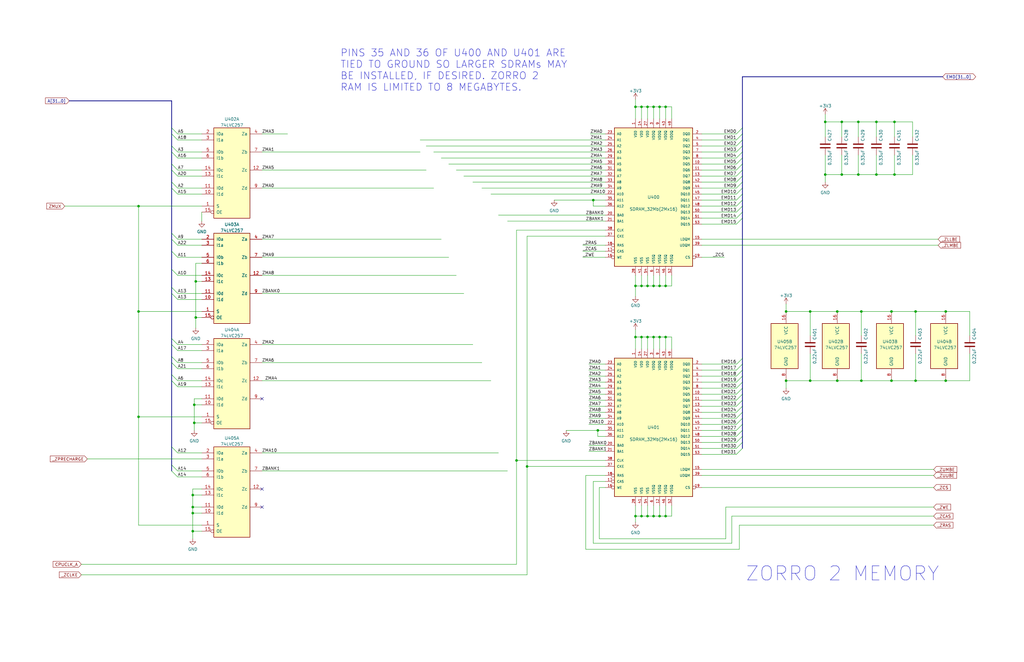
<source format=kicad_sch>
(kicad_sch (version 20211123) (generator eeschema)
  (paper "B")
  (lib_symbols
    (symbol "74LVC257_5" (pin_names (offset 1.016))
      (property "Reference" "U" (at -4.445 11.176 0))
      (property "Value" "74LVC257_5" (at -7.112 -11.176 0))
      (symbol "74LVC257_5_1_0"
        (pin input line (at -12.7 -15.24 0) (length 5.08) (name "S") (number "1"))
        (pin input line (at -12.7 -10.16 0) (length 5.08) (name "I1d") (number "10"))
        (pin input line (at -12.7 -7.62 0) (length 5.08) (name "I0d") (number "11"))
        (pin tri_state line (at 12.7 0 180) (length 5.08) (name "Zc") (number "12"))
        (pin input line (at -12.7 -2.54 0) (length 5.08) (name "I1c") (number "13"))
        (pin input line (at -12.7 0 0) (length 5.08) (name "I0c") (number "14"))
        (pin input inverted (at -12.7 -17.78 0) (length 5.08) (name "OE") (number "15"))
        (pin input line (at -12.7 15.24 0) (length 5.08) (name "I0a") (number "2"))
        (pin input line (at -12.7 12.7 0) (length 5.08) (name "I1a") (number "3"))
        (pin tri_state line (at 12.7 15.24 180) (length 5.08) (name "Za") (number "4"))
        (pin input line (at -12.7 7.62 0) (length 5.08) (name "I0b") (number "5"))
        (pin input line (at -12.7 5.08 0) (length 5.08) (name "I1b") (number "6"))
        (pin tri_state line (at 12.7 7.62 180) (length 5.08) (name "Zb") (number "7"))
        (pin tri_state line (at 12.7 -7.62 180) (length 5.08) (name "Zd") (number "9"))
      )
      (symbol "74LVC257_5_1_1"
        (rectangle (start -7.62 17.78) (end 7.62 -20.32) (stroke (width 0.254)) (fill (type background)))
      )
      (symbol "74LVC257_5_2_0"
        (pin power_in line (at 0 15.24 270) (length 5.08) (name "VCC") (number "16"))
        (pin power_in line (at 0 -13.97 90) (length 5.08) (name "GND") (number "8"))
      )
      (symbol "74LVC257_5_2_1"
        (rectangle (start -6.35 10.16) (end 5.08 -8.89) (stroke (width 0.254)) (fill (type background)))
      )
    )
    (symbol "74LVC257_6" (pin_names (offset 1.016))
      (property "Reference" "U" (at -4.445 11.176 0))
      (property "Value" "74LVC257_6" (at -7.112 -11.176 0))
      (symbol "74LVC257_6_1_0"
        (pin input line (at -12.7 -15.24 0) (length 5.08) (name "S") (number "1"))
        (pin input line (at -12.7 -10.16 0) (length 5.08) (name "I1d") (number "10"))
        (pin input line (at -12.7 -7.62 0) (length 5.08) (name "I0d") (number "11"))
        (pin tri_state line (at 12.7 0 180) (length 5.08) (name "Zc") (number "12"))
        (pin input line (at -12.7 -2.54 0) (length 5.08) (name "I1c") (number "13"))
        (pin input line (at -12.7 0 0) (length 5.08) (name "I0c") (number "14"))
        (pin input inverted (at -12.7 -17.78 0) (length 5.08) (name "OE") (number "15"))
        (pin input line (at -12.7 15.24 0) (length 5.08) (name "I0a") (number "2"))
        (pin input line (at -12.7 12.7 0) (length 5.08) (name "I1a") (number "3"))
        (pin tri_state line (at 12.7 15.24 180) (length 5.08) (name "Za") (number "4"))
        (pin input line (at -12.7 7.62 0) (length 5.08) (name "I0b") (number "5"))
        (pin input line (at -12.7 5.08 0) (length 5.08) (name "I1b") (number "6"))
        (pin tri_state line (at 12.7 7.62 180) (length 5.08) (name "Zb") (number "7"))
        (pin tri_state line (at 12.7 -7.62 180) (length 5.08) (name "Zd") (number "9"))
      )
      (symbol "74LVC257_6_1_1"
        (rectangle (start -7.62 17.78) (end 7.62 -20.32) (stroke (width 0.254)) (fill (type background)))
      )
      (symbol "74LVC257_6_2_0"
        (pin power_in line (at 0 15.24 270) (length 5.08) (name "VCC") (number "16"))
        (pin power_in line (at 0 -13.97 90) (length 5.08) (name "GND") (number "8"))
      )
      (symbol "74LVC257_6_2_1"
        (rectangle (start -6.35 10.16) (end 5.08 -8.89) (stroke (width 0.254)) (fill (type background)))
      )
    )
    (symbol "74LVC257_7" (pin_names (offset 1.016))
      (property "Reference" "U" (at -4.445 11.176 0))
      (property "Value" "74LVC257_7" (at -7.112 -11.176 0))
      (symbol "74LVC257_7_1_0"
        (pin input line (at -12.7 -15.24 0) (length 5.08) (name "S") (number "1"))
        (pin input line (at -12.7 -10.16 0) (length 5.08) (name "I1d") (number "10"))
        (pin input line (at -12.7 -7.62 0) (length 5.08) (name "I0d") (number "11"))
        (pin tri_state line (at 12.7 0 180) (length 5.08) (name "Zc") (number "12"))
        (pin input line (at -12.7 -2.54 0) (length 5.08) (name "I1c") (number "13"))
        (pin input line (at -12.7 0 0) (length 5.08) (name "I0c") (number "14"))
        (pin input inverted (at -12.7 -17.78 0) (length 5.08) (name "OE") (number "15"))
        (pin input line (at -12.7 15.24 0) (length 5.08) (name "I0a") (number "2"))
        (pin input line (at -12.7 12.7 0) (length 5.08) (name "I1a") (number "3"))
        (pin tri_state line (at 12.7 15.24 180) (length 5.08) (name "Za") (number "4"))
        (pin input line (at -12.7 7.62 0) (length 5.08) (name "I0b") (number "5"))
        (pin input line (at -12.7 5.08 0) (length 5.08) (name "I1b") (number "6"))
        (pin tri_state line (at 12.7 7.62 180) (length 5.08) (name "Zb") (number "7"))
        (pin tri_state line (at 12.7 -7.62 180) (length 5.08) (name "Zd") (number "9"))
      )
      (symbol "74LVC257_7_1_1"
        (rectangle (start -7.62 17.78) (end 7.62 -20.32) (stroke (width 0.254)) (fill (type background)))
      )
      (symbol "74LVC257_7_2_0"
        (pin power_in line (at 0 15.24 270) (length 5.08) (name "VCC") (number "16"))
        (pin power_in line (at 0 -13.97 90) (length 5.08) (name "GND") (number "8"))
      )
      (symbol "74LVC257_7_2_1"
        (rectangle (start -6.35 10.16) (end 5.08 -8.89) (stroke (width 0.254)) (fill (type background)))
      )
    )
    (symbol "Device:C" (pin_numbers hide) (pin_names (offset 0.254))
      (property "Reference" "C" (at 0.635 2.54 0))
      (property "Value" "C" (at 0.635 -2.54 0))
      (symbol "C_0_1"
        (polyline (pts (xy -2.032 -0.762) (xy 2.032 -0.762)) (stroke (width 0.508)))
        (polyline (pts (xy -2.032 0.762) (xy 2.032 0.762)) (stroke (width 0.508)))
      )
      (symbol "C_1_1"
        (pin passive line (at 0 3.81 270) (length 2.794) (name "~") (number "1"))
        (pin passive line (at 0 -3.81 90) (length 2.794) (name "~") (number "2"))
      )
    )
    (symbol "N2630:74LVC257" (pin_names (offset 1.016))
      (property "Reference" "U" (at -4.445 11.176 0))
      (property "Value" "74LVC257" (at -7.112 -11.176 0))
      (symbol "74LVC257_1_0"
        (pin input line (at -12.7 -15.24 0) (length 5.08) (name "S") (number "1"))
        (pin input line (at -12.7 -10.16 0) (length 5.08) (name "I1d") (number "10"))
        (pin input line (at -12.7 -7.62 0) (length 5.08) (name "I0d") (number "11"))
        (pin tri_state line (at 12.7 0 180) (length 5.08) (name "Zc") (number "12"))
        (pin input line (at -12.7 -2.54 0) (length 5.08) (name "I1c") (number "13"))
        (pin input line (at -12.7 0 0) (length 5.08) (name "I0c") (number "14"))
        (pin input inverted (at -12.7 -17.78 0) (length 5.08) (name "OE") (number "15"))
        (pin input line (at -12.7 15.24 0) (length 5.08) (name "I0a") (number "2"))
        (pin input line (at -12.7 12.7 0) (length 5.08) (name "I1a") (number "3"))
        (pin tri_state line (at 12.7 15.24 180) (length 5.08) (name "Za") (number "4"))
        (pin input line (at -12.7 7.62 0) (length 5.08) (name "I0b") (number "5"))
        (pin input line (at -12.7 5.08 0) (length 5.08) (name "I1b") (number "6"))
        (pin tri_state line (at 12.7 7.62 180) (length 5.08) (name "Zb") (number "7"))
        (pin tri_state line (at 12.7 -7.62 180) (length 5.08) (name "Zd") (number "9"))
      )
      (symbol "74LVC257_1_1"
        (rectangle (start -7.62 17.78) (end 7.62 -20.32) (stroke (width 0.254)) (fill (type background)))
      )
      (symbol "74LVC257_2_0"
        (pin power_in line (at 0 15.24 270) (length 5.08) (name "VCC") (number "16"))
        (pin power_in line (at 0 -13.97 90) (length 5.08) (name "GND") (number "8"))
      )
      (symbol "74LVC257_2_1"
        (rectangle (start -6.35 10.16) (end 5.08 -8.89) (stroke (width 0.254)) (fill (type background)))
      )
    )
    (symbol "N2630:SDRAM_256MB(16Mx16)" (pin_names (offset 1.016))
      (property "Reference" "U" (at -1.27 3.81 0))
      (property "Value" "SDRAM_256MB(16Mx16)" (at 0 -3.81 0))
      (symbol "SDRAM_256MB(16Mx16)_0_0"
        (pin input line (at -20.32 -3.81 0) (length 3.81) (name "A12") (number "36"))
      )
      (symbol "SDRAM_256MB(16Mx16)_0_1"
        (rectangle (start -16.51 29.21) (end 16.51 -29.21) (stroke (width 0.254)) (fill (type background)))
      )
      (symbol "SDRAM_256MB(16Mx16)_1_1"
        (pin power_in line (at -7.62 33.02 270) (length 3.81) (name "VDD") (number "1"))
        (pin bidirectional line (at 20.32 13.97 180) (length 3.81) (name "DQ5") (number "10"))
        (pin bidirectional line (at 20.32 11.43 180) (length 3.81) (name "DQ6") (number "11"))
        (pin power_in line (at 2.54 -33.02 90) (length 3.81) (name "VSSQ") (number "12"))
        (pin bidirectional line (at 20.32 8.89 180) (length 3.81) (name "DQ7") (number "13"))
        (pin power_in line (at -5.08 33.02 270) (length 3.81) (name "VDD") (number "14"))
        (pin input line (at 20.32 -17.78 180) (length 3.81) (name "LDQM") (number "15"))
        (pin input inverted (at -20.32 -25.4 0) (length 3.81) (name "WE") (number "16"))
        (pin input inverted (at -20.32 -22.86 0) (length 3.81) (name "CAS") (number "17"))
        (pin input inverted (at -20.32 -20.32 0) (length 3.81) (name "RAS") (number "18"))
        (pin input inverted (at 20.32 -25.4 180) (length 3.81) (name "CS") (number "19"))
        (pin bidirectional line (at 20.32 26.67 180) (length 3.81) (name "DQ0") (number "2"))
        (pin input line (at -20.32 -7.62 0) (length 3.81) (name "BA0") (number "20"))
        (pin input line (at -20.32 -10.16 0) (length 3.81) (name "BA1") (number "21"))
        (pin input line (at -20.32 1.27 0) (length 3.81) (name "A10") (number "22"))
        (pin input line (at -20.32 26.67 0) (length 3.81) (name "A0") (number "23"))
        (pin input line (at -20.32 24.13 0) (length 3.81) (name "A1") (number "24"))
        (pin input line (at -20.32 21.59 0) (length 3.81) (name "A2") (number "25"))
        (pin input line (at -20.32 19.05 0) (length 3.81) (name "A3") (number "26"))
        (pin power_in line (at -2.54 33.02 270) (length 3.81) (name "VDD") (number "27"))
        (pin power_in line (at -7.62 -33.02 90) (length 3.81) (name "VSS") (number "28"))
        (pin input line (at -20.32 16.51 0) (length 3.81) (name "A4") (number "29"))
        (pin power_in line (at 0 33.02 270) (length 3.81) (name "VDDQ") (number "3"))
        (pin input line (at -20.32 13.97 0) (length 3.81) (name "A5") (number "30"))
        (pin input line (at -20.32 11.43 0) (length 3.81) (name "A6") (number "31"))
        (pin input line (at -20.32 8.89 0) (length 3.81) (name "A7") (number "32"))
        (pin input line (at -20.32 6.35 0) (length 3.81) (name "A8") (number "33"))
        (pin input line (at -20.32 3.81 0) (length 3.81) (name "A9") (number "34"))
        (pin input line (at -20.32 -1.27 0) (length 3.81) (name "A11") (number "35"))
        (pin input line (at -20.32 -16.51 0) (length 3.81) (name "CKE") (number "37"))
        (pin input line (at -20.32 -13.97 0) (length 3.81) (name "CLK") (number "38"))
        (pin input line (at 20.32 -20.32 180) (length 3.81) (name "UDQM") (number "39"))
        (pin bidirectional line (at 20.32 24.13 180) (length 3.81) (name "DQ1") (number "4"))
        (pin power_in line (at -5.08 -33.02 90) (length 3.81) (name "VSS") (number "41"))
        (pin bidirectional line (at 20.32 6.35 180) (length 3.81) (name "DQ8") (number "42"))
        (pin power_in line (at 5.08 33.02 270) (length 3.81) (name "VDDQ") (number "43"))
        (pin bidirectional line (at 20.32 3.81 180) (length 3.81) (name "DQ9") (number "44"))
        (pin bidirectional line (at 20.32 1.27 180) (length 3.81) (name "DQ10") (number "45"))
        (pin power_in line (at 5.08 -33.02 90) (length 3.81) (name "VSSQ") (number "46"))
        (pin bidirectional line (at 20.32 -1.27 180) (length 3.81) (name "DQ11") (number "47"))
        (pin bidirectional line (at 20.32 -3.81 180) (length 3.81) (name "DQ12") (number "48"))
        (pin power_in line (at 7.62 33.02 270) (length 3.81) (name "VDDQ") (number "49"))
        (pin bidirectional line (at 20.32 21.59 180) (length 3.81) (name "DQ2") (number "5"))
        (pin bidirectional line (at 20.32 -6.35 180) (length 3.81) (name "DQ13") (number "50"))
        (pin bidirectional line (at 20.32 -8.89 180) (length 3.81) (name "DQ14") (number "51"))
        (pin power_in line (at 7.62 -33.02 90) (length 3.81) (name "VSSQ") (number "52"))
        (pin bidirectional line (at 20.32 -11.43 180) (length 3.81) (name "DQ15") (number "53"))
        (pin power_in line (at -2.54 -33.02 90) (length 3.81) (name "VSS") (number "54"))
        (pin power_in line (at 0 -33.02 90) (length 3.81) (name "VSSQ") (number "6"))
        (pin bidirectional line (at 20.32 19.05 180) (length 3.81) (name "DQ3") (number "7"))
        (pin bidirectional line (at 20.32 16.51 180) (length 3.81) (name "DQ4") (number "8"))
        (pin power_in line (at 2.54 33.02 270) (length 3.81) (name "VDDQ") (number "9"))
      )
    )
    (symbol "power:+3.3V" (power) (pin_names (offset 0))
      (property "Value" "+3.3V" (at 0 3.556 0))
      (symbol "+3.3V_0_1"
        (polyline (pts (xy -0.762 1.27) (xy 0 2.54)))
        (polyline (pts (xy 0 0) (xy 0 2.54)))
        (polyline (pts (xy 0 2.54) (xy 0.762 1.27)))
      )
      (symbol "+3.3V_1_1"
        (pin power_in line (at 0 0 90) (length 0) hide (name "+3V3") (number "1"))
      )
    )
    (symbol "power:GND" (power) (pin_names (offset 0))
      (property "Value" "GND" (at 0 -3.81 0))
      (symbol "GND_0_1"
        (polyline (pts (xy 0 0) (xy 0 -1.27) (xy 1.27 -1.27) (xy 0 -2.54) (xy -1.27 -1.27) (xy 0 -1.27)))
      )
      (symbol "GND_1_1"
        (pin power_in line (at 0 0 270) (length 0) hide (name "GND") (number "1"))
      )
    )
  )
  (junction (at 353.06 160.655))
  (junction (at 347.98 73.66))
  (junction (at 275.59 142.24))
  (junction (at 58.42 86.995))
  (junction (at 81.28 216.535))
  (junction (at 278.13 45.085))
  (junction (at 267.97 120.65))
  (junction (at 267.97 142.24))
  (junction (at 347.98 51.435))
  (junction (at 363.22 160.655))
  (junction (at 369.57 51.435))
  (junction (at 280.67 45.085))
  (junction (at 354.965 51.435))
  (junction (at 252.095 181.61))
  (junction (at 270.51 217.805))
  (junction (at 341.63 160.655))
  (junction (at 331.47 131.445))
  (junction (at 270.51 120.65))
  (junction (at 81.915 170.815))
  (junction (at 386.08 131.445))
  (junction (at 267.97 45.085))
  (junction (at 273.05 45.085))
  (junction (at 81.28 224.155))
  (junction (at 250.19 84.455))
  (junction (at 354.965 73.66))
  (junction (at 270.51 142.24))
  (junction (at 377.19 73.66))
  (junction (at 278.13 142.24))
  (junction (at 81.28 208.915))
  (junction (at 217.805 194.31))
  (junction (at 275.59 120.65))
  (junction (at 273.05 120.65))
  (junction (at 270.51 45.085))
  (junction (at 273.05 217.805))
  (junction (at 273.05 142.24))
  (junction (at 353.06 131.445))
  (junction (at 280.67 142.24))
  (junction (at 280.67 120.65))
  (junction (at 280.67 217.805))
  (junction (at 58.42 175.895))
  (junction (at 58.42 131.445))
  (junction (at 361.95 73.66))
  (junction (at 398.78 160.655))
  (junction (at 81.28 213.995))
  (junction (at 341.63 131.445))
  (junction (at 275.59 45.085))
  (junction (at 377.19 51.435))
  (junction (at 82.55 118.745))
  (junction (at 398.78 131.445))
  (junction (at 275.59 217.805))
  (junction (at 267.97 217.805))
  (junction (at 222.25 196.85))
  (junction (at 331.47 160.655))
  (junction (at 278.13 217.805))
  (junction (at 386.08 160.655))
  (junction (at 82.55 133.985))
  (junction (at 278.13 120.65))
  (junction (at 363.22 131.445))
  (junction (at 361.95 51.435))
  (junction (at 375.92 131.445))
  (junction (at 375.92 160.655))
  (junction (at 81.915 178.435))
  (junction (at 369.57 73.66))
  (no_connect (at 110.49 168.275))
  (no_connect (at 110.49 206.375))
  (no_connect (at 110.49 213.995))
  (bus_entry (at 74.93 103.505) (size -2.54 -2.54))
  (bus_entry (at 74.93 126.365) (size -2.54 -2.54))
  (bus_entry (at 74.93 100.965) (size -2.54 -2.54))
  (bus_entry (at 74.93 59.055) (size -2.54 -2.54))
  (bus_entry (at 310.515 156.21) (size 2.54 -2.54))
  (bus_entry (at 74.93 145.415) (size -2.54 -2.54))
  (bus_entry (at 74.93 153.035) (size -2.54 -2.54))
  (bus_entry (at 310.515 59.055) (size 2.54 -2.54))
  (bus_entry (at 74.93 198.755) (size -2.54 -2.54))
  (bus_entry (at 310.515 179.07) (size 2.54 -2.54))
  (bus_entry (at 310.515 189.23) (size 2.54 -2.54))
  (bus_entry (at 74.93 123.825) (size -2.54 -2.54))
  (bus_entry (at 74.93 116.205) (size -2.54 -2.54))
  (bus_entry (at 310.515 69.215) (size 2.54 -2.54))
  (bus_entry (at 310.515 94.615) (size 2.54 -2.54))
  (bus_entry (at 74.93 71.755) (size -2.54 -2.54))
  (bus_entry (at 74.93 201.295) (size -2.54 -2.54))
  (bus_entry (at 74.93 155.575) (size -2.54 -2.54))
  (bus_entry (at 310.515 161.29) (size 2.54 -2.54))
  (bus_entry (at 74.93 108.585) (size -2.54 -2.54))
  (bus_entry (at 310.515 79.375) (size 2.54 -2.54))
  (bus_entry (at 310.515 191.77) (size 2.54 -2.54))
  (bus_entry (at 74.93 79.375) (size -2.54 -2.54))
  (bus_entry (at 310.515 74.295) (size 2.54 -2.54))
  (bus_entry (at 310.515 168.91) (size 2.54 -2.54))
  (bus_entry (at 310.515 181.61) (size 2.54 -2.54))
  (bus_entry (at 74.93 64.135) (size -2.54 -2.54))
  (bus_entry (at 310.515 84.455) (size 2.54 -2.54))
  (bus_entry (at 74.93 147.955) (size -2.54 -2.54))
  (bus_entry (at 310.515 163.83) (size 2.54 -2.54))
  (bus_entry (at 310.515 166.37) (size 2.54 -2.54))
  (bus_entry (at 310.515 71.755) (size 2.54 -2.54))
  (bus_entry (at 74.93 191.135) (size -2.54 -2.54))
  (bus_entry (at 310.515 61.595) (size 2.54 -2.54))
  (bus_entry (at 310.515 186.69) (size 2.54 -2.54))
  (bus_entry (at 310.515 89.535) (size 2.54 -2.54))
  (bus_entry (at 310.515 173.99) (size 2.54 -2.54))
  (bus_entry (at 310.642 153.67) (size 2.54 -2.54))
  (bus_entry (at 74.93 66.675) (size -2.54 -2.54))
  (bus_entry (at 310.515 158.75) (size 2.54 -2.54))
  (bus_entry (at 74.93 81.915) (size -2.54 -2.54))
  (bus_entry (at 310.515 184.15) (size 2.54 -2.54))
  (bus_entry (at 310.515 64.135) (size 2.54 -2.54))
  (bus_entry (at 74.93 56.515) (size -2.54 -2.54))
  (bus_entry (at 310.515 76.835) (size 2.54 -2.54))
  (bus_entry (at 310.515 176.53) (size 2.54 -2.54))
  (bus_entry (at 74.93 160.655) (size -2.54 -2.54))
  (bus_entry (at 310.515 92.075) (size 2.54 -2.54))
  (bus_entry (at 310.515 86.995) (size 2.54 -2.54))
  (bus_entry (at 310.515 56.515) (size 2.54 -2.54))
  (bus_entry (at 74.93 74.295) (size -2.54 -2.54))
  (bus_entry (at 74.93 163.195) (size -2.54 -2.54))
  (bus_entry (at 310.515 81.915) (size 2.54 -2.54))
  (bus_entry (at 310.515 171.45) (size 2.54 -2.54))
  (bus_entry (at 310.515 66.675) (size 2.54 -2.54))
  (wire (pts (xy 248.285 168.91) (xy 255.27 168.91)))
  (wire (pts (xy 295.91 166.37) (xy 310.515 166.37)))
  (wire (pts (xy 222.25 196.85) (xy 222.25 99.695)))
  (wire (pts (xy 250.19 203.2) (xy 250.19 229.235)))
  (wire (pts (xy 255.27 61.595) (xy 179.705 61.595)))
  (wire (pts (xy 267.97 217.805) (xy 270.51 217.805)))
  (bus (pts (xy 72.39 153.035) (xy 72.39 158.115)))
  (bus (pts (xy 313.055 89.535) (xy 313.055 86.995)))
  (wire (pts (xy 295.91 163.83) (xy 310.515 163.83)))
  (wire (pts (xy 58.42 131.445) (xy 85.09 131.445)))
  (wire (pts (xy 384.81 73.66) (xy 384.81 65.405)))
  (wire (pts (xy 81.915 178.435) (xy 85.09 178.435)))
  (wire (pts (xy 278.13 142.24) (xy 278.13 147.32)))
  (bus (pts (xy 29.21 42.545) (xy 72.39 42.545)))
  (bus (pts (xy 72.39 188.595) (xy 72.39 196.215)))
  (wire (pts (xy 248.285 176.53) (xy 255.27 176.53)))
  (wire (pts (xy 74.93 56.515) (xy 85.09 56.515)))
  (wire (pts (xy 278.13 213.36) (xy 278.13 217.805)))
  (wire (pts (xy 270.51 45.085) (xy 273.05 45.085)))
  (wire (pts (xy 283.21 213.36) (xy 283.21 217.805)))
  (wire (pts (xy 255.27 81.915) (xy 207.01 81.915)))
  (wire (pts (xy 331.47 160.655) (xy 331.47 163.83)))
  (wire (pts (xy 295.91 176.53) (xy 310.515 176.53)))
  (wire (pts (xy 295.91 184.15) (xy 310.515 184.15)))
  (wire (pts (xy 275.59 120.65) (xy 278.13 120.65)))
  (wire (pts (xy 74.93 81.915) (xy 85.09 81.915)))
  (wire (pts (xy 81.915 170.815) (xy 85.09 170.815)))
  (wire (pts (xy 273.05 142.24) (xy 273.05 147.32)))
  (wire (pts (xy 306.07 213.995) (xy 393.7 213.995)))
  (wire (pts (xy 270.51 142.24) (xy 273.05 142.24)))
  (wire (pts (xy 85.09 89.535) (xy 85.09 93.345)))
  (wire (pts (xy 341.63 149.225) (xy 341.63 160.655)))
  (wire (pts (xy 255.27 74.295) (xy 195.58 74.295)))
  (wire (pts (xy 280.67 116.205) (xy 280.67 120.65)))
  (wire (pts (xy 110.49 108.585) (xy 189.23 108.585)))
  (wire (pts (xy 278.13 217.805) (xy 280.67 217.805)))
  (wire (pts (xy 273.05 116.205) (xy 273.05 120.65)))
  (wire (pts (xy 275.59 217.805) (xy 278.13 217.805)))
  (wire (pts (xy 252.73 227.33) (xy 306.07 227.33)))
  (wire (pts (xy 347.98 73.66) (xy 347.98 76.835)))
  (bus (pts (xy 313.055 32.385) (xy 397.51 32.385)))
  (wire (pts (xy 74.93 74.295) (xy 85.09 74.295)))
  (bus (pts (xy 313.055 163.83) (xy 313.055 161.29)))
  (wire (pts (xy 74.93 191.135) (xy 85.09 191.135)))
  (wire (pts (xy 267.97 50.165) (xy 267.97 45.085)))
  (bus (pts (xy 313.055 59.055) (xy 313.055 56.515)))
  (wire (pts (xy 252.095 181.61) (xy 255.27 181.61)))
  (bus (pts (xy 313.055 86.995) (xy 313.055 84.455)))
  (wire (pts (xy 408.94 131.445) (xy 398.78 131.445)))
  (wire (pts (xy 347.98 73.66) (xy 354.965 73.66)))
  (wire (pts (xy 82.55 133.985) (xy 85.09 133.985)))
  (wire (pts (xy 295.91 108.585) (xy 305.435 108.585)))
  (wire (pts (xy 255.27 76.835) (xy 199.39 76.835)))
  (bus (pts (xy 72.39 100.965) (xy 72.39 106.045)))
  (wire (pts (xy 74.93 160.655) (xy 85.09 160.655)))
  (wire (pts (xy 384.81 51.435) (xy 377.19 51.435)))
  (bus (pts (xy 72.39 142.875) (xy 72.39 145.415)))
  (wire (pts (xy 295.91 94.615) (xy 310.515 94.615)))
  (wire (pts (xy 295.91 189.23) (xy 310.515 189.23)))
  (wire (pts (xy 377.19 73.66) (xy 377.19 65.405)))
  (wire (pts (xy 369.57 57.785) (xy 369.57 51.435)))
  (wire (pts (xy 295.91 161.29) (xy 310.515 161.29)))
  (wire (pts (xy 252.73 205.74) (xy 252.73 227.33)))
  (wire (pts (xy 255.27 97.155) (xy 217.805 97.155)))
  (wire (pts (xy 369.57 73.66) (xy 377.19 73.66)))
  (wire (pts (xy 110.49 198.755) (xy 213.995 198.755)))
  (wire (pts (xy 280.67 142.24) (xy 280.67 147.32)))
  (wire (pts (xy 308.61 229.235) (xy 308.61 217.805)))
  (wire (pts (xy 248.92 56.515) (xy 255.27 56.515)))
  (bus (pts (xy 313.055 56.515) (xy 313.055 53.975)))
  (bus (pts (xy 313.055 181.61) (xy 313.055 179.07)))
  (wire (pts (xy 82.55 133.985) (xy 82.55 138.43)))
  (wire (pts (xy 267.97 120.65) (xy 267.97 125.095)))
  (bus (pts (xy 313.055 189.23) (xy 313.055 186.69)))
  (wire (pts (xy 295.91 171.45) (xy 310.515 171.45)))
  (wire (pts (xy 74.93 59.055) (xy 85.09 59.055)))
  (wire (pts (xy 74.93 103.505) (xy 85.09 103.505)))
  (bus (pts (xy 72.39 145.415) (xy 72.39 150.495)))
  (wire (pts (xy 81.915 168.275) (xy 81.915 170.815)))
  (wire (pts (xy 295.91 156.21) (xy 310.515 156.21)))
  (wire (pts (xy 248.285 161.29) (xy 255.27 161.29)))
  (wire (pts (xy 81.915 168.275) (xy 85.09 168.275)))
  (wire (pts (xy 377.19 51.435) (xy 369.57 51.435)))
  (wire (pts (xy 386.08 160.655) (xy 375.92 160.655)))
  (wire (pts (xy 386.08 149.225) (xy 386.08 160.655)))
  (wire (pts (xy 267.97 213.36) (xy 267.97 217.805)))
  (wire (pts (xy 295.91 69.215) (xy 310.515 69.215)))
  (wire (pts (xy 110.49 64.135) (xy 177.165 64.135)))
  (wire (pts (xy 82.55 118.745) (xy 85.09 118.745)))
  (wire (pts (xy 255.27 69.215) (xy 189.23 69.215)))
  (wire (pts (xy 273.05 142.24) (xy 275.59 142.24)))
  (wire (pts (xy 363.22 160.655) (xy 353.06 160.655)))
  (wire (pts (xy 255.27 59.055) (xy 177.165 59.055)))
  (wire (pts (xy 255.27 203.2) (xy 250.19 203.2)))
  (wire (pts (xy 270.51 120.65) (xy 273.05 120.65)))
  (wire (pts (xy 295.91 81.915) (xy 310.515 81.915)))
  (wire (pts (xy 85.09 206.375) (xy 81.28 206.375)))
  (wire (pts (xy 386.08 131.445) (xy 386.08 141.605)))
  (bus (pts (xy 313.055 186.69) (xy 313.055 184.15)))
  (wire (pts (xy 247.015 231.775) (xy 311.785 231.775)))
  (wire (pts (xy 74.93 147.955) (xy 85.09 147.955)))
  (bus (pts (xy 72.39 98.425) (xy 72.39 100.965)))
  (bus (pts (xy 313.055 81.915) (xy 313.055 79.375)))
  (wire (pts (xy 248.285 163.83) (xy 255.27 163.83)))
  (bus (pts (xy 313.055 61.595) (xy 313.055 59.055)))
  (bus (pts (xy 313.055 168.91) (xy 313.055 166.37)))
  (wire (pts (xy 280.67 142.24) (xy 283.21 142.24)))
  (wire (pts (xy 354.965 65.405) (xy 354.965 73.66)))
  (bus (pts (xy 313.055 158.75) (xy 313.055 156.21)))
  (wire (pts (xy 217.805 97.155) (xy 217.805 194.31)))
  (wire (pts (xy 217.805 194.31) (xy 217.805 238.125)))
  (wire (pts (xy 295.91 89.535) (xy 310.515 89.535)))
  (bus (pts (xy 313.055 84.455) (xy 313.055 81.915)))
  (bus (pts (xy 72.39 196.215) (xy 72.39 198.755)))
  (wire (pts (xy 377.19 73.66) (xy 384.81 73.66)))
  (wire (pts (xy 408.94 160.655) (xy 398.78 160.655)))
  (bus (pts (xy 72.39 71.755) (xy 72.39 76.835)))
  (bus (pts (xy 72.39 106.045) (xy 72.39 113.665)))
  (wire (pts (xy 295.91 153.67) (xy 310.642 153.67)))
  (wire (pts (xy 295.91 59.055) (xy 310.515 59.055)))
  (wire (pts (xy 295.91 64.135) (xy 310.515 64.135)))
  (wire (pts (xy 81.915 178.435) (xy 81.915 181.61)))
  (wire (pts (xy 295.91 76.835) (xy 310.515 76.835)))
  (wire (pts (xy 354.965 73.66) (xy 361.95 73.66)))
  (bus (pts (xy 313.055 76.835) (xy 313.055 74.295)))
  (wire (pts (xy 250.19 86.995) (xy 250.19 84.455)))
  (bus (pts (xy 313.055 179.07) (xy 313.055 176.53)))
  (wire (pts (xy 308.61 217.805) (xy 393.7 217.805)))
  (wire (pts (xy 283.21 142.24) (xy 283.21 147.32)))
  (wire (pts (xy 255.27 66.675) (xy 186.055 66.675)))
  (wire (pts (xy 245.745 108.585) (xy 255.27 108.585)))
  (wire (pts (xy 248.285 187.96) (xy 255.27 187.96)))
  (wire (pts (xy 295.91 200.66) (xy 393.7 200.66)))
  (wire (pts (xy 267.97 45.085) (xy 270.51 45.085)))
  (wire (pts (xy 248.285 190.5) (xy 255.27 190.5)))
  (wire (pts (xy 85.09 111.125) (xy 82.55 111.125)))
  (wire (pts (xy 74.93 126.365) (xy 85.09 126.365)))
  (wire (pts (xy 275.59 116.205) (xy 275.59 120.65)))
  (wire (pts (xy 245.745 106.045) (xy 255.27 106.045)))
  (wire (pts (xy 267.97 120.65) (xy 270.51 120.65)))
  (wire (pts (xy 273.05 120.65) (xy 275.59 120.65)))
  (wire (pts (xy 295.91 198.12) (xy 393.7 198.12)))
  (wire (pts (xy 74.93 153.035) (xy 85.09 153.035)))
  (wire (pts (xy 217.805 194.31) (xy 255.27 194.31)))
  (wire (pts (xy 270.51 116.205) (xy 270.51 120.65)))
  (bus (pts (xy 72.39 53.975) (xy 72.39 56.515)))
  (wire (pts (xy 347.98 65.405) (xy 347.98 73.66)))
  (bus (pts (xy 72.39 123.825) (xy 72.39 142.875)))
  (wire (pts (xy 270.51 217.805) (xy 273.05 217.805)))
  (wire (pts (xy 85.09 224.155) (xy 81.28 224.155)))
  (wire (pts (xy 295.91 168.91) (xy 310.515 168.91)))
  (wire (pts (xy 341.63 131.445) (xy 331.47 131.445)))
  (wire (pts (xy 273.05 45.085) (xy 273.05 50.165)))
  (wire (pts (xy 81.28 206.375) (xy 81.28 208.915)))
  (wire (pts (xy 295.91 71.755) (xy 310.515 71.755)))
  (wire (pts (xy 248.285 153.67) (xy 255.27 153.67)))
  (wire (pts (xy 267.97 217.805) (xy 267.97 220.345)))
  (wire (pts (xy 408.94 149.225) (xy 408.94 160.655)))
  (wire (pts (xy 295.91 66.675) (xy 310.515 66.675)))
  (wire (pts (xy 398.78 160.655) (xy 386.08 160.655)))
  (wire (pts (xy 81.915 170.815) (xy 81.915 178.435)))
  (wire (pts (xy 408.94 141.605) (xy 408.94 131.445)))
  (wire (pts (xy 275.59 142.24) (xy 278.13 142.24)))
  (wire (pts (xy 295.91 61.595) (xy 310.515 61.595)))
  (wire (pts (xy 295.91 186.69) (xy 310.515 186.69)))
  (wire (pts (xy 74.93 64.135) (xy 85.09 64.135)))
  (wire (pts (xy 363.22 131.445) (xy 353.06 131.445)))
  (wire (pts (xy 341.63 131.445) (xy 341.63 141.605)))
  (bus (pts (xy 313.055 184.15) (xy 313.055 181.61)))
  (wire (pts (xy 280.67 45.085) (xy 280.67 50.165)))
  (wire (pts (xy 222.25 196.85) (xy 255.27 196.85)))
  (bus (pts (xy 72.39 56.515) (xy 72.39 61.595)))
  (wire (pts (xy 275.59 45.085) (xy 275.59 50.165)))
  (wire (pts (xy 369.57 73.66) (xy 369.57 65.405)))
  (wire (pts (xy 81.28 224.155) (xy 81.28 227.33)))
  (bus (pts (xy 72.39 160.655) (xy 72.39 188.595)))
  (wire (pts (xy 354.965 51.435) (xy 354.965 57.785)))
  (wire (pts (xy 267.97 139.065) (xy 267.97 142.24)))
  (wire (pts (xy 267.97 116.205) (xy 267.97 120.65)))
  (wire (pts (xy 255.27 200.66) (xy 247.015 200.66)))
  (wire (pts (xy 255.27 64.135) (xy 182.88 64.135)))
  (wire (pts (xy 295.91 205.74) (xy 393.7 205.74)))
  (wire (pts (xy 295.91 181.61) (xy 310.515 181.61)))
  (wire (pts (xy 295.91 86.995) (xy 310.515 86.995)))
  (bus (pts (xy 313.055 156.21) (xy 313.055 153.67)))
  (wire (pts (xy 74.93 145.415) (xy 85.09 145.415)))
  (wire (pts (xy 81.28 213.995) (xy 81.28 216.535)))
  (wire (pts (xy 295.91 92.075) (xy 310.515 92.075)))
  (wire (pts (xy 255.27 184.15) (xy 252.095 184.15)))
  (wire (pts (xy 361.95 51.435) (xy 354.965 51.435)))
  (wire (pts (xy 267.97 41.91) (xy 267.97 45.085)))
  (wire (pts (xy 248.285 166.37) (xy 255.27 166.37)))
  (wire (pts (xy 74.93 100.965) (xy 85.09 100.965)))
  (wire (pts (xy 295.91 158.75) (xy 310.515 158.75)))
  (wire (pts (xy 377.19 57.785) (xy 377.19 51.435)))
  (bus (pts (xy 313.055 171.45) (xy 313.055 168.91)))
  (bus (pts (xy 313.055 176.53) (xy 313.055 173.99)))
  (wire (pts (xy 384.81 57.785) (xy 384.81 51.435)))
  (wire (pts (xy 110.49 56.515) (xy 121.285 56.515)))
  (wire (pts (xy 361.95 65.405) (xy 361.95 73.66)))
  (bus (pts (xy 72.39 79.375) (xy 72.39 98.425)))
  (wire (pts (xy 280.67 45.085) (xy 283.21 45.085)))
  (wire (pts (xy 386.08 131.445) (xy 375.92 131.445)))
  (wire (pts (xy 74.93 79.375) (xy 85.09 79.375)))
  (wire (pts (xy 74.93 163.195) (xy 85.09 163.195)))
  (wire (pts (xy 248.285 171.45) (xy 255.27 171.45)))
  (wire (pts (xy 295.91 84.455) (xy 310.515 84.455)))
  (wire (pts (xy 354.965 51.435) (xy 347.98 51.435)))
  (wire (pts (xy 295.91 100.965) (xy 395.605 100.965)))
  (wire (pts (xy 203.2 79.375) (xy 255.27 79.375)))
  (wire (pts (xy 278.13 116.205) (xy 278.13 120.65)))
  (bus (pts (xy 313.055 153.67) (xy 313.055 92.075)))
  (wire (pts (xy 306.07 227.33) (xy 306.07 213.995)))
  (wire (pts (xy 58.42 175.895) (xy 58.42 221.615)))
  (wire (pts (xy 267.97 147.32) (xy 267.97 142.24)))
  (wire (pts (xy 82.55 118.745) (xy 82.55 133.985)))
  (wire (pts (xy 280.67 120.65) (xy 283.21 120.65)))
  (wire (pts (xy 74.93 108.585) (xy 85.09 108.585)))
  (wire (pts (xy 255.27 205.74) (xy 252.73 205.74)))
  (wire (pts (xy 363.22 131.445) (xy 363.22 141.605)))
  (wire (pts (xy 295.91 74.295) (xy 310.515 74.295)))
  (bus (pts (xy 313.055 69.215) (xy 313.055 66.675)))
  (wire (pts (xy 81.28 216.535) (xy 81.28 224.155)))
  (wire (pts (xy 270.51 213.36) (xy 270.51 217.805)))
  (bus (pts (xy 313.055 71.755) (xy 313.055 69.215)))
  (wire (pts (xy 58.42 131.445) (xy 58.42 175.895)))
  (wire (pts (xy 74.93 66.675) (xy 85.09 66.675)))
  (wire (pts (xy 110.49 100.965) (xy 186.055 100.965)))
  (wire (pts (xy 341.63 160.655) (xy 331.47 160.655)))
  (wire (pts (xy 58.42 175.895) (xy 85.09 175.895)))
  (wire (pts (xy 58.42 221.615) (xy 85.09 221.615)))
  (wire (pts (xy 85.09 213.995) (xy 81.28 213.995)))
  (wire (pts (xy 255.27 86.995) (xy 250.19 86.995)))
  (wire (pts (xy 74.93 155.575) (xy 85.09 155.575)))
  (wire (pts (xy 353.06 131.445) (xy 341.63 131.445)))
  (wire (pts (xy 58.42 86.995) (xy 58.42 131.445)))
  (wire (pts (xy 398.78 131.445) (xy 386.08 131.445)))
  (wire (pts (xy 295.91 79.375) (xy 310.515 79.375)))
  (bus (pts (xy 72.39 158.115) (xy 72.39 160.655)))
  (wire (pts (xy 74.93 71.755) (xy 85.09 71.755)))
  (bus (pts (xy 72.39 42.545) (xy 72.39 53.975)))
  (bus (pts (xy 313.055 173.99) (xy 313.055 171.45)))
  (bus (pts (xy 72.39 64.135) (xy 72.39 69.215)))
  (bus (pts (xy 313.055 74.295) (xy 313.055 71.755)))
  (wire (pts (xy 110.49 191.135) (xy 210.185 191.135)))
  (wire (pts (xy 34.29 242.57) (xy 222.25 242.57)))
  (wire (pts (xy 248.285 158.75) (xy 255.27 158.75)))
  (wire (pts (xy 81.28 208.915) (xy 85.09 208.915)))
  (wire (pts (xy 233.68 84.455) (xy 250.19 84.455)))
  (wire (pts (xy 85.09 86.995) (xy 58.42 86.995)))
  (wire (pts (xy 278.13 45.085) (xy 280.67 45.085)))
  (wire (pts (xy 361.95 51.435) (xy 361.95 57.785)))
  (wire (pts (xy 375.92 160.655) (xy 363.22 160.655)))
  (wire (pts (xy 375.92 131.445) (xy 363.22 131.445)))
  (wire (pts (xy 275.59 213.36) (xy 275.59 217.805)))
  (bus (pts (xy 72.39 150.495) (xy 72.39 153.035)))
  (wire (pts (xy 245.745 103.505) (xy 255.27 103.505)))
  (bus (pts (xy 72.39 61.595) (xy 72.39 64.135)))
  (wire (pts (xy 248.285 179.07) (xy 255.27 179.07)))
  (wire (pts (xy 270.51 45.085) (xy 270.51 50.165)))
  (bus (pts (xy 313.055 92.075) (xy 313.055 89.535)))
  (wire (pts (xy 273.05 213.36) (xy 273.05 217.805)))
  (wire (pts (xy 278.13 142.24) (xy 280.67 142.24)))
  (wire (pts (xy 283.21 116.205) (xy 283.21 120.65)))
  (wire (pts (xy 74.93 116.205) (xy 85.09 116.205)))
  (wire (pts (xy 363.22 149.225) (xy 363.22 160.655)))
  (wire (pts (xy 347.98 51.435) (xy 347.98 57.785)))
  (bus (pts (xy 313.055 79.375) (xy 313.055 76.835)))
  (wire (pts (xy 110.49 153.035) (xy 203.2 153.035)))
  (wire (pts (xy 110.49 145.415) (xy 199.39 145.415)))
  (wire (pts (xy 248.285 156.21) (xy 255.27 156.21)))
  (wire (pts (xy 247.015 200.66) (xy 247.015 231.775)))
  (wire (pts (xy 110.49 71.755) (xy 179.705 71.755)))
  (wire (pts (xy 222.25 99.695) (xy 255.27 99.695)))
  (bus (pts (xy 72.39 121.285) (xy 72.39 123.825)))
  (wire (pts (xy 280.67 213.36) (xy 280.67 217.805)))
  (bus (pts (xy 313.055 53.975) (xy 313.055 32.385)))
  (wire (pts (xy 295.91 179.07) (xy 310.515 179.07)))
  (wire (pts (xy 250.19 84.455) (xy 255.27 84.455)))
  (wire (pts (xy 283.21 45.085) (xy 283.21 50.165)))
  (wire (pts (xy 361.95 73.66) (xy 369.57 73.66)))
  (wire (pts (xy 311.785 231.775) (xy 311.785 221.615)))
  (wire (pts (xy 110.49 116.205) (xy 192.405 116.205)))
  (wire (pts (xy 331.47 128.27) (xy 331.47 131.445)))
  (wire (pts (xy 369.57 51.435) (xy 361.95 51.435)))
  (wire (pts (xy 278.13 45.085) (xy 278.13 50.165)))
  (wire (pts (xy 353.06 160.655) (xy 341.63 160.655)))
  (wire (pts (xy 82.55 111.125) (xy 82.55 118.745)))
  (wire (pts (xy 34.29 238.125) (xy 217.805 238.125)))
  (wire (pts (xy 270.51 142.24) (xy 270.51 147.32)))
  (wire (pts (xy 250.19 229.235) (xy 308.61 229.235)))
  (wire (pts (xy 74.93 123.825) (xy 85.09 123.825)))
  (bus (pts (xy 313.055 64.135) (xy 313.055 61.595)))
  (wire (pts (xy 210.185 90.805) (xy 255.27 90.805)))
  (wire (pts (xy 110.49 160.655) (xy 207.01 160.655)))
  (wire (pts (xy 81.28 208.915) (xy 81.28 213.995)))
  (wire (pts (xy 295.91 56.515) (xy 310.515 56.515)))
  (wire (pts (xy 273.05 45.085) (xy 275.59 45.085)))
  (wire (pts (xy 27.305 86.995) (xy 58.42 86.995)))
  (wire (pts (xy 295.91 191.77) (xy 310.515 191.77)))
  (wire (pts (xy 238.76 181.61) (xy 252.095 181.61)))
  (wire (pts (xy 252.095 181.61) (xy 252.095 184.15)))
  (wire (pts (xy 295.91 103.505) (xy 395.605 103.505)))
  (wire (pts (xy 74.93 201.295) (xy 85.09 201.295)))
  (wire (pts (xy 248.285 173.99) (xy 255.27 173.99)))
  (wire (pts (xy 295.91 173.99) (xy 310.515 173.99)))
  (wire (pts (xy 85.09 193.675) (xy 36.83 193.675)))
  (wire (pts (xy 311.785 221.615) (xy 393.7 221.615)))
  (bus (pts (xy 72.39 113.665) (xy 72.39 121.285)))
  (wire (pts (xy 74.93 198.755) (xy 85.09 198.755)))
  (wire (pts (xy 347.98 48.26) (xy 347.98 51.435)))
  (wire (pts (xy 278.13 120.65) (xy 280.67 120.65)))
  (bus (pts (xy 313.055 161.29) (xy 313.055 158.75)))
  (wire (pts (xy 275.59 45.085) (xy 278.13 45.085)))
  (wire (pts (xy 110.49 123.825) (xy 195.58 123.825)))
  (bus (pts (xy 313.055 166.37) (xy 313.055 163.83)))
  (bus (pts (xy 72.39 76.835) (xy 72.39 79.375)))
  (bus (pts (xy 313.055 66.675) (xy 313.055 64.135)))
  (wire (pts (xy 81.28 216.535) (xy 85.09 216.535)))
  (wire (pts (xy 275.59 142.24) (xy 275.59 147.32)))
  (wire (pts (xy 255.27 93.345) (xy 213.995 93.345)))
  (wire (pts (xy 273.05 217.805) (xy 275.59 217.805)))
  (wire (pts (xy 267.97 142.24) (xy 270.51 142.24)))
  (wire (pts (xy 255.27 71.755) (xy 192.405 71.755)))
  (wire (pts (xy 280.67 217.805) (xy 283.21 217.805)))
  (wire (pts (xy 222.25 242.57) (xy 222.25 196.85)))
  (wire (pts (xy 110.49 79.375) (xy 182.88 79.375)))
  (bus (pts (xy 72.39 69.215) (xy 72.39 71.755)))
  (text "ZORRO 2 MEMORY" (at 314.325 245.745 0) (effects (font (size 6 6)) (justify left bottom)))
  (text "PINS 35 AND 36 OF U400 AND U401 ARE\nTIED TO GROUND SO LARGER SDRAMs MAY\nBE INSTALLED, IF DESIRED. ZORRO 2\nRAM IS LIMITED TO 8 MEGABYTES." (at 143.51 38.735 0) (effects (font (size 3 3)) (justify left bottom)))
  (label "ZMA8" (at 248.92 76.835 0))
  (label "ZMA3" (at 110.49 56.515 0))
  (label "ZMA1" (at 248.92 59.055 0))
  (label "A7" (at 74.93 71.755 0))
  (label "EMD9" (at 310.515 79.375 180))
  (label "A11" (at 74.93 108.585 0))
  (label "A2" (at 74.93 79.375 0))
  (label "ZMA3" (at 248.285 161.29 0))
  (label "ZMA9" (at 248.92 79.375 0))
  (label "EMD28" (at 310.515 184.15 180))
  (label "A6" (at 74.93 160.655 0))
  (label "EMD25" (at 310.515 176.53 180))
  (label "A18" (at 74.93 59.055 0))
  (label "ZMA0" (at 110.49 79.375 0))
  (label "ZMA5" (at 110.49 71.755 0))
  (label "A13" (at 74.93 126.365 0))
  (label "ZMA8" (at 248.285 173.99 0))
  (label "ZMA9" (at 248.285 176.53 0))
  (label "A4" (at 74.93 145.415 0))
  (label "EMD7" (at 310.515 74.295 180))
  (label "ZMA10" (at 248.285 179.07 0))
  (label "ZMA2" (at 248.92 61.595 0))
  (label "ZMA7" (at 110.49 100.965 0))
  (label "ZBANK1" (at 247.015 93.345 0))
  (label "ZMA6" (at 248.92 71.755 0))
  (label "EMD6" (at 310.515 71.755 180))
  (label "EMD5" (at 310.515 69.215 180))
  (label "ZBANK1" (at 248.285 190.5 0))
  (label "ZMA3" (at 248.92 64.135 0))
  (label "A3" (at 74.93 64.135 0))
  (label "ZMA2" (at 248.285 158.75 0))
  (label "A10" (at 74.93 116.205 0))
  (label "A21" (at 74.93 155.575 0))
  (label "A19" (at 74.93 163.195 0))
  (label "EMD10" (at 310.515 81.915 180))
  (label "EMD22" (at 310.515 168.91 180))
  (label "ZMA10" (at 248.92 81.915 0))
  (label "A5" (at 74.93 56.515 0))
  (label "EMD20" (at 310.515 163.83 180))
  (label "ZMA4" (at 248.92 66.675 0))
  (label "EMD27" (at 310.515 181.61 180))
  (label "ZMA10" (at 110.49 191.135 0))
  (label "ZMA5" (at 248.285 166.37 0))
  (label "ZBANK1" (at 110.49 198.755 0))
  (label "EMD0" (at 310.515 56.515 180))
  (label "A12" (at 74.93 191.135 0))
  (label "EMD23" (at 310.515 171.45 180))
  (label "EMD14" (at 310.515 92.075 180))
  (label "ZMA0" (at 248.92 56.515 0))
  (label "_ZRAS" (at 245.745 103.505 0))
  (label "ZMA4" (at 248.285 163.83 0))
  (label "ZMA9" (at 110.49 108.585 0))
  (label "EMD3" (at 310.515 64.135 180))
  (label "EMD18" (at 310.515 158.75 180))
  (label "EMD16" (at 310.515 153.67 180))
  (label "ZMA7" (at 248.92 74.295 0))
  (label "EMD15" (at 310.515 94.615 180))
  (label "ZMA2" (at 110.49 145.415 0))
  (label "ZMA0" (at 248.285 153.67 0))
  (label "ZMA4" (at 111.76 160.655 0))
  (label "EMD26" (at 310.515 179.07 180))
  (label "A20" (at 74.93 74.295 0))
  (label "A16" (at 74.93 66.675 0))
  (label "A14" (at 74.93 201.295 0))
  (label "EMD13" (at 310.515 89.535 180))
  (label "EMD2" (at 310.515 61.595 180))
  (label "EMD11" (at 310.515 84.455 180))
  (label "ZMA6" (at 110.49 153.035 0))
  (label "_ZWE" (at 245.745 108.585 0))
  (label "EMD1" (at 310.515 59.055 180))
  (label "EMD30" (at 310.515 189.23 180))
  (label "ZMA1" (at 248.285 156.21 0))
  (label "EMD31" (at 310.515 191.77 180))
  (label "EMD12" (at 310.515 86.995 180))
  (label "ZBANK0" (at 248.285 187.96 0))
  (label "A9" (at 74.93 100.965 0))
  (label "EMD17" (at 310.515 156.21 180))
  (label "EMD19" (at 310.515 161.29 180))
  (label "A14" (at 74.93 198.755 0))
  (label "EMD21" (at 310.515 166.37 180))
  (label "EMD24" (at 310.515 173.99 180))
  (label "A13" (at 74.93 123.825 0))
  (label "ZMA6" (at 248.285 168.91 0))
  (label "ZBANK0" (at 247.015 90.805 0))
  (label "ZMA5" (at 248.92 69.215 0))
  (label "EMD4" (at 310.515 66.675 180))
  (label "_ZCS" (at 305.435 108.585 180))
  (label "EMD8" (at 310.515 76.835 180))
  (label "ZBANK0" (at 110.49 123.825 0))
  (label "_ZCAS" (at 245.745 106.045 0))
  (label "A22" (at 74.93 103.505 0))
  (label "ZMA8" (at 110.49 116.205 0))
  (label "EMD29" (at 310.515 186.69 180))
  (label "A15" (at 74.93 81.915 0))
  (label "ZMA7" (at 248.285 171.45 0))
  (label "A8" (at 74.93 153.035 0))
  (label "ZMA1" (at 110.49 64.135 0))
  (label "A17" (at 74.93 147.955 0))
  (global_label "EMD[31..0]" (shape bidirectional) (at 397.51 32.385 0) (property "Intersheet References" "${INTERSHEET_REFS}" (effects hide)))
  (global_label "_ZCLKE" (shape input) (at 34.29 242.57 180) (property "Intersheet References" "${INTERSHEET_REFS}" (effects hide)))
  (global_label "_ZUMBE" (shape input) (at 393.7 198.12 0) (property "Intersheet References" "${INTERSHEET_REFS}" (effects hide)))
  (global_label "_ZUUBE" (shape input) (at 393.7 200.66 0) (property "Intersheet References" "${INTERSHEET_REFS}" (effects hide)))
  (global_label "_ZCS" (shape input) (at 393.7 205.74 0) (property "Intersheet References" "${INTERSHEET_REFS}" (effects hide)))
  (global_label "_ZCAS" (shape input) (at 393.7 217.805 0) (property "Intersheet References" "${INTERSHEET_REFS}" (effects hide)))
  (global_label "_ZPRECHARGE" (shape input) (at 36.83 193.675 180) (property "Intersheet References" "${INTERSHEET_REFS}" (effects hide)))
  (global_label "_ZLLBE" (shape input) (at 395.605 100.965 0) (property "Intersheet References" "${INTERSHEET_REFS}" (effects hide)))
  (global_label "_ZRAS" (shape input) (at 393.7 221.615 0) (property "Intersheet References" "${INTERSHEET_REFS}" (effects hide)))
  (global_label "_ZWE" (shape input) (at 393.7 213.995 0) (property "Intersheet References" "${INTERSHEET_REFS}" (effects hide)))
  (global_label "_ZLMBE" (shape input) (at 395.605 103.505 0) (property "Intersheet References" "${INTERSHEET_REFS}" (effects hide)))
  (global_label "CPUCLK_A" (shape input) (at 34.29 238.125 180) (property "Intersheet References" "${INTERSHEET_REFS}" (effects hide)))
  (global_label "ZMUX" (shape input) (at 27.305 86.995 180) (property "Intersheet References" "${INTERSHEET_REFS}" (effects hide)))
  (global_label "A[31..0]" (shape input) (at 29.21 42.545 180) (property "Intersheet References" "${INTERSHEET_REFS}" (effects hide)))
  (symbol (lib_name "74LVC257_6") (lib_id "N2630:74LVC257") (at 97.79 116.205 0) (unit 1)
    (property "Reference" "U403" (at 97.79 94.7252 0))
    (property "Value" "74LVC257" (at 97.79 97.2621 0))
    (property "Footprint" "Package_SO:SOIC-16_3.9x9.9mm_P1.27mm" (effects hide))
    (property "Datasheet" "http://www.ti.com/lit/gpn/sn74LS257" (effects hide))
  )
  (symbol (lib_id "power:GND") (at 347.98 76.835 0) (unit 1)
    (property "Reference" "#PWR0157" (effects hide))
    (property "Value" "GND" (at 347.98 81.2784 0))
  )
  (symbol (lib_id "Device:C") (at 354.965 61.595 0) (unit 1)
    (property "Reference" "C428" (at 356.87 59.69 90) (effects (justify left)))
    (property "Value" "0.33uF" (at 356.87 69.85 90) (effects (justify left)))
    (property "Footprint" "Capacitor_SMD:C_0805_2012Metric" (effects hide))
  )
  (symbol (lib_id "power:GND") (at 85.09 93.345 0) (unit 1)
    (property "Reference" "#PWR05" (effects hide))
    (property "Value" "GND" (at 85.09 97.7884 0))
  )
  (symbol (lib_id "Device:C") (at 384.81 61.595 0) (unit 1)
    (property "Reference" "C432" (at 386.715 59.69 90) (effects (justify left)))
    (property "Value" "0.33uF" (at 386.715 69.85 90) (effects (justify left)))
    (property "Footprint" "Capacitor_SMD:C_0805_2012Metric" (effects hide))
  )
  (symbol (lib_id "Device:C") (at 347.98 61.595 0) (unit 1)
    (property "Reference" "C427" (at 349.885 59.69 90) (effects (justify left)))
    (property "Value" "0.33uF" (at 349.885 69.85 90) (effects (justify left)))
    (property "Footprint" "Capacitor_SMD:C_0805_2012Metric" (effects hide))
  )
  (symbol (lib_id "power:+3.3V") (at 267.97 41.91 0) (unit 1)
    (property "Reference" "#PWR08" (effects hide))
    (property "Value" "+3.3V" (at 267.97 38.3342 0))
  )
  (symbol (lib_name "74LVC257_5") (lib_id "N2630:74LVC257") (at 353.06 146.685 0) (unit 2)
    (property "Reference" "U402" (at 349.25 144.145 0) (effects (justify left)))
    (property "Value" "74LVC257" (at 347.98 146.685 0) (effects (justify left)))
    (property "Footprint" "Package_SO:SOIC-16_3.9x9.9mm_P1.27mm" (effects hide))
    (property "Datasheet" "http://www.ti.com/lit/gpn/sn74LS257" (effects hide))
  )
  (symbol (lib_id "power:GND") (at 81.915 181.61 0) (unit 1)
    (property "Reference" "#PWR04" (effects hide))
    (property "Value" "GND" (at 81.915 186.0534 0))
  )
  (symbol (lib_id "power:+3.3V") (at 267.97 139.065 0) (unit 1)
    (property "Reference" "#PWR0158" (effects hide))
    (property "Value" "+3.3V" (at 267.97 135.4892 0))
  )
  (symbol (lib_id "power:GND") (at 267.97 125.095 0) (unit 1)
    (property "Reference" "#PWR0159" (effects hide))
    (property "Value" "GND" (at 267.97 128.905 0))
  )
  (symbol (lib_name "74LVC257_5") (lib_id "N2630:74LVC257") (at 97.79 71.755 0) (unit 1)
    (property "Reference" "U402" (at 97.79 50.2752 0))
    (property "Value" "74LVC257" (at 97.79 52.8121 0))
    (property "Footprint" "Package_SO:SOIC-16_3.9x9.9mm_P1.27mm" (effects hide))
    (property "Datasheet" "http://www.ti.com/lit/gpn/sn74LS257" (effects hide))
  )
  (symbol (lib_id "Device:C") (at 341.63 145.415 0) (unit 1)
    (property "Reference" "C401" (at 343.535 143.51 90) (effects (justify left)))
    (property "Value" "0.22uF" (at 343.535 153.67 90) (effects (justify left)))
    (property "Footprint" "Capacitor_SMD:C_0805_2012Metric" (effects hide))
  )
  (symbol (lib_name "74LVC257_7") (lib_id "N2630:74LVC257") (at 97.79 206.375 0) (unit 1)
    (property "Reference" "U405" (at 97.79 184.8952 0))
    (property "Value" "74LVC257" (at 97.79 187.4321 0))
    (property "Footprint" "Package_SO:SOIC-16_3.9x9.9mm_P1.27mm" (effects hide))
    (property "Datasheet" "http://www.ti.com/lit/gpn/sn74LS257" (effects hide))
  )
  (symbol (lib_id "Device:C") (at 408.94 145.415 0) (unit 1)
    (property "Reference" "C404" (at 410.845 143.51 90) (effects (justify left)))
    (property "Value" "0.22uF" (at 410.845 153.67 90) (effects (justify left)))
    (property "Footprint" "Capacitor_SMD:C_0805_2012Metric" (effects hide))
  )
  (symbol (lib_id "N2630:SDRAM_256MB(16Mx16)") (at 275.59 83.185 0) (unit 1)
    (property "Reference" "U400" (at 275.59 83.185 0))
    (property "Value" "SDRAM_32Mb(2Mx16)" (at 275.59 88.265 0))
    (property "Footprint" "Package_SO:TSOP-II-54_22.2x10.16mm_P0.8mm" (effects hide))
  )
  (symbol (lib_id "power:GND") (at 267.97 220.345 0) (unit 1)
    (property "Reference" "#PWR09" (effects hide))
    (property "Value" "GND" (at 267.97 224.7884 0))
  )
  (symbol (lib_id "Device:C") (at 386.08 145.415 0) (unit 1)
    (property "Reference" "C403" (at 387.985 143.51 90) (effects (justify left)))
    (property "Value" "0.22uF" (at 387.985 153.67 90) (effects (justify left)))
    (property "Footprint" "Capacitor_SMD:C_0805_2012Metric" (effects hide))
  )
  (symbol (lib_id "power:GND") (at 81.28 227.33 0) (unit 1)
    (property "Reference" "#PWR03" (effects hide))
    (property "Value" "GND" (at 81.28 231.7734 0))
  )
  (symbol (lib_id "Device:C") (at 361.95 61.595 0) (unit 1)
    (property "Reference" "C429" (at 363.855 59.69 90) (effects (justify left)))
    (property "Value" "0.33uF" (at 363.855 69.85 90) (effects (justify left)))
    (property "Footprint" "Capacitor_SMD:C_0805_2012Metric" (effects hide))
  )
  (symbol (lib_name "74LVC257_5") (lib_id "N2630:74LVC257") (at 375.92 146.685 0) (unit 2)
    (property "Reference" "U403" (at 372.11 144.145 0) (effects (justify left)))
    (property "Value" "74LVC257" (at 370.84 146.685 0) (effects (justify left)))
    (property "Footprint" "Package_SO:SOIC-16_3.9x9.9mm_P1.27mm" (effects hide))
    (property "Datasheet" "http://www.ti.com/lit/gpn/sn74LS257" (effects hide))
  )
  (symbol (lib_id "N2630:74LVC257") (at 97.79 160.655 0) (unit 1)
    (property "Reference" "U404" (at 97.79 139.1752 0))
    (property "Value" "74LVC257" (at 97.79 141.7121 0))
    (property "Footprint" "Package_SO:SOIC-16_3.9x9.9mm_P1.27mm" (effects hide))
    (property "Datasheet" "http://www.ti.com/lit/gpn/sn74LS257" (effects hide))
  )
  (symbol (lib_id "Device:C") (at 363.22 145.415 0) (unit 1)
    (property "Reference" "C402" (at 365.125 143.51 90) (effects (justify left)))
    (property "Value" "0.22uF" (at 365.125 153.67 90) (effects (justify left)))
    (property "Footprint" "Capacitor_SMD:C_0805_2012Metric" (effects hide))
  )
  (symbol (lib_id "N2630:SDRAM_256MB(16Mx16)") (at 275.59 180.34 0) (unit 1)
    (property "Reference" "U401" (at 275.59 180.34 0))
    (property "Value" "SDRAM_32Mb(2Mx16)" (at 275.59 185.42 0))
    (property "Footprint" "Package_SO:TSOP-II-54_22.2x10.16mm_P0.8mm" (effects hide))
  )
  (symbol (lib_id "Device:C") (at 377.19 61.595 0) (unit 1)
    (property "Reference" "C431" (at 379.095 59.69 90) (effects (justify left)))
    (property "Value" "0.33uF" (at 379.095 69.85 90) (effects (justify left)))
    (property "Footprint" "Capacitor_SMD:C_0805_2012Metric" (effects hide))
  )
  (symbol (lib_id "power:GND") (at 233.68 84.455 0) (unit 1)
    (property "Reference" "#PWR07" (effects hide))
    (property "Value" "GND" (at 233.68 88.8984 0))
  )
  (symbol (lib_id "power:+3.3V") (at 347.98 48.26 0) (unit 1)
    (property "Reference" "#PWR0156" (effects hide))
    (property "Value" "+3.3V" (at 347.98 44.6842 0))
  )
  (symbol (lib_name "74LVC257_5") (lib_id "N2630:74LVC257") (at 331.47 146.685 0) (unit 2)
    (property "Reference" "U405" (at 327.66 144.145 0) (effects (justify left)))
    (property "Value" "74LVC257" (at 326.39 146.685 0) (effects (justify left)))
    (property "Footprint" "Package_SO:SOIC-16_3.9x9.9mm_P1.27mm" (effects hide))
    (property "Datasheet" "http://www.ti.com/lit/gpn/sn74LS257" (effects hide))
  )
  (symbol (lib_id "power:GND") (at 82.55 138.43 0) (unit 1)
    (property "Reference" "#PWR06" (effects hide))
    (property "Value" "GND" (at 82.55 142.8734 0))
  )
  (symbol (lib_name "74LVC257_5") (lib_id "N2630:74LVC257") (at 398.78 146.685 0) (unit 2)
    (property "Reference" "U404" (at 394.97 144.145 0) (effects (justify left)))
    (property "Value" "74LVC257" (at 393.7 146.685 0) (effects (justify left)))
    (property "Footprint" "Package_SO:SOIC-16_3.9x9.9mm_P1.27mm" (effects hide))
    (property "Datasheet" "http://www.ti.com/lit/gpn/sn74LS257" (effects hide))
  )
  (symbol (lib_id "power:GND") (at 331.47 163.83 0) (unit 1)
    (property "Reference" "#PWR011" (effects hide))
    (property "Value" "GND" (at 331.47 168.2734 0))
  )
  (symbol (lib_id "power:+3.3V") (at 331.47 128.27 0) (unit 1)
    (property "Reference" "#PWR010" (effects hide))
    (property "Value" "+3.3V" (at 331.47 124.6942 0))
  )
  (symbol (lib_id "Device:C") (at 369.57 61.595 0) (unit 1)
    (property "Reference" "C430" (at 371.475 59.69 90) (effects (justify left)))
    (property "Value" "0.33uF" (at 371.475 69.85 90) (effects (justify left)))
    (property "Footprint" "Capacitor_SMD:C_0805_2012Metric" (effects hide))
  )
  (symbol (lib_id "power:GND") (at 238.76 181.61 0) (unit 1)
    (property "Reference" "#PWR0160" (effects hide))
    (property "Value" "GND" (at 238.76 186.0534 0))
  )
)
</source>
